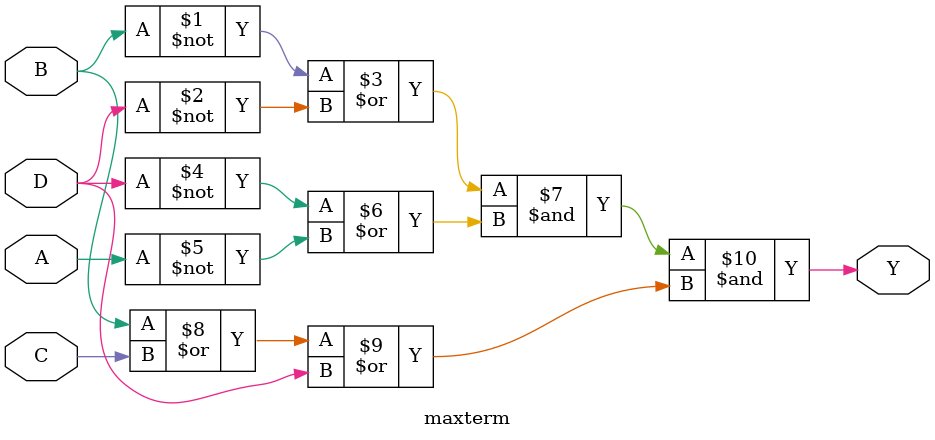
<source format=v>
module maxterm (
    input A, B, C, D,
    output Y
);

assign Y = (~B | ~D) &
	(~D | ~A) &
	(B | C | D);

endmodule

</source>
